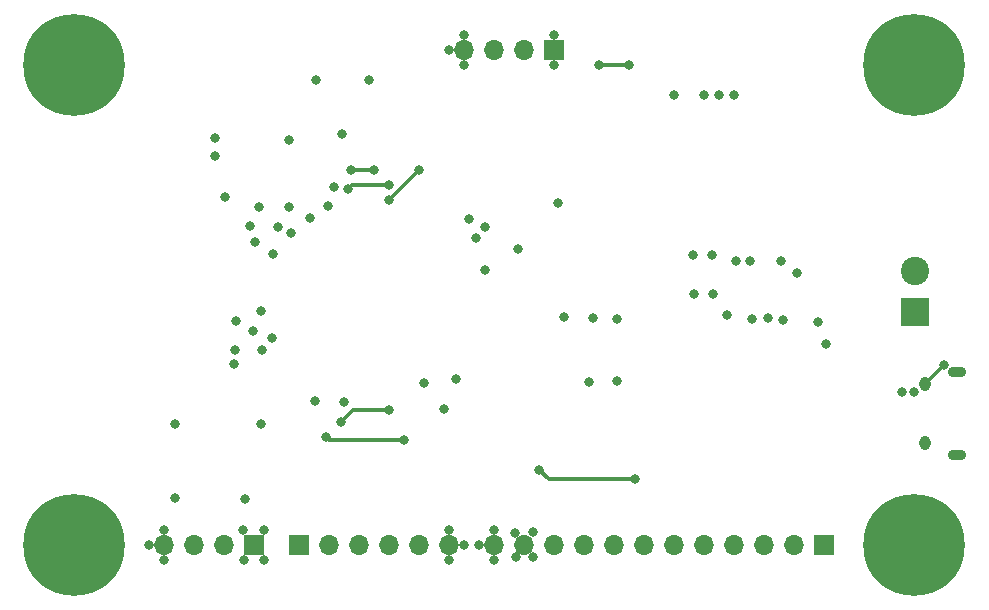
<source format=gbr>
%TF.GenerationSoftware,KiCad,Pcbnew,(6.0.6)*%
%TF.CreationDate,2023-08-27T23:28:48-04:00*%
%TF.ProjectId,STM32,53544d33-322e-46b6-9963-61645f706362,rev?*%
%TF.SameCoordinates,Original*%
%TF.FileFunction,Copper,L4,Bot*%
%TF.FilePolarity,Positive*%
%FSLAX46Y46*%
G04 Gerber Fmt 4.6, Leading zero omitted, Abs format (unit mm)*
G04 Created by KiCad (PCBNEW (6.0.6)) date 2023-08-27 23:28:48*
%MOMM*%
%LPD*%
G01*
G04 APERTURE LIST*
%TA.AperFunction,ComponentPad*%
%ADD10R,1.700000X1.700000*%
%TD*%
%TA.AperFunction,ComponentPad*%
%ADD11O,1.700000X1.700000*%
%TD*%
%TA.AperFunction,ComponentPad*%
%ADD12R,2.400000X2.400000*%
%TD*%
%TA.AperFunction,ComponentPad*%
%ADD13C,2.400000*%
%TD*%
%TA.AperFunction,ComponentPad*%
%ADD14C,0.900000*%
%TD*%
%TA.AperFunction,ComponentPad*%
%ADD15C,8.600000*%
%TD*%
%TA.AperFunction,ComponentPad*%
%ADD16O,0.950000X1.250000*%
%TD*%
%TA.AperFunction,ComponentPad*%
%ADD17O,1.550000X0.890000*%
%TD*%
%TA.AperFunction,ViaPad*%
%ADD18C,0.800000*%
%TD*%
%TA.AperFunction,Conductor*%
%ADD19C,0.300000*%
%TD*%
G04 APERTURE END LIST*
D10*
%TO.P,J6,1,Pin_1*%
%TO.N,GND*%
X104130000Y-74930000D03*
D11*
%TO.P,J6,2,Pin_2*%
%TO.N,UART3_TX*%
X101590000Y-74930000D03*
%TO.P,J6,3,Pin_3*%
%TO.N,UART3_RX*%
X99050000Y-74930000D03*
%TO.P,J6,4,Pin_4*%
%TO.N,+3.3V*%
X96510000Y-74930000D03*
%TD*%
D12*
%TO.P,J1,1,Pin_1*%
%TO.N,+12V*%
X134648944Y-97166594D03*
D13*
%TO.P,J1,2,Pin_2*%
%TO.N,GND*%
X134648944Y-93666594D03*
%TD*%
D10*
%TO.P,J5,1,Pin_1*%
%TO.N,GPIO_AN1*%
X82550000Y-116840000D03*
D11*
%TO.P,J5,2,Pin_2*%
%TO.N,GPIO_AN2*%
X85090000Y-116840000D03*
%TO.P,J5,3,Pin_3*%
%TO.N,GPIO_AN3*%
X87630000Y-116840000D03*
%TO.P,J5,4,Pin_4*%
%TO.N,GPIO_AN4*%
X90170000Y-116840000D03*
%TO.P,J5,5,Pin_5*%
%TO.N,GND*%
X92710000Y-116840000D03*
%TO.P,J5,6,Pin_6*%
%TO.N,+3.3V*%
X95250000Y-116840000D03*
%TD*%
D10*
%TO.P,J2,1,Pin_1*%
%TO.N,GPIO_IN1*%
X127000000Y-116840000D03*
D11*
%TO.P,J2,2,Pin_2*%
%TO.N,GPIO_IN2*%
X124460000Y-116840000D03*
%TO.P,J2,3,Pin_3*%
%TO.N,GPIO_IN3*%
X121920000Y-116840000D03*
%TO.P,J2,4,Pin_4*%
%TO.N,GPIO_IN4*%
X119380000Y-116840000D03*
%TO.P,J2,5,Pin_5*%
%TO.N,GPIO_IN5*%
X116840000Y-116840000D03*
%TO.P,J2,6,Pin_6*%
%TO.N,GPIO_OUT1*%
X114300000Y-116840000D03*
%TO.P,J2,7,Pin_7*%
%TO.N,GPIO_OUT2*%
X111760000Y-116840000D03*
%TO.P,J2,8,Pin_8*%
%TO.N,GPIO_OUT3*%
X109220000Y-116840000D03*
%TO.P,J2,9,Pin_9*%
%TO.N,GPIO_OUT4*%
X106680000Y-116840000D03*
%TO.P,J2,10,Pin_10*%
%TO.N,GPIO_OUT5*%
X104140000Y-116840000D03*
%TO.P,J2,11,Pin_11*%
%TO.N,GND*%
X101600000Y-116840000D03*
%TO.P,J2,12,Pin_12*%
%TO.N,+3.3V*%
X99060000Y-116840000D03*
%TD*%
D14*
%TO.P,H2,1,1*%
%TO.N,GND*%
X65780419Y-78480419D03*
X61219581Y-73919581D03*
X66725000Y-76200000D03*
X63500000Y-72975000D03*
X65780419Y-73919581D03*
X61219581Y-78480419D03*
D15*
X63500000Y-76200000D03*
D14*
X60275000Y-76200000D03*
X63500000Y-79425000D03*
%TD*%
D15*
%TO.P,H4,1,1*%
%TO.N,GND*%
X134620000Y-116840000D03*
D14*
X136900419Y-114559581D03*
X136900419Y-119120419D03*
X134620000Y-113615000D03*
X132339581Y-119120419D03*
X131395000Y-116840000D03*
X132339581Y-114559581D03*
X134620000Y-120065000D03*
X137845000Y-116840000D03*
%TD*%
%TO.P,H1,1,1*%
%TO.N,GND*%
X61219581Y-119120419D03*
X63500000Y-120065000D03*
X61219581Y-114559581D03*
X65780419Y-114559581D03*
D15*
X63500000Y-116840000D03*
D14*
X63500000Y-113615000D03*
X60275000Y-116840000D03*
X65780419Y-119120419D03*
X66725000Y-116840000D03*
%TD*%
D10*
%TO.P,J7,1,Pin_1*%
%TO.N,GND*%
X78740000Y-116840000D03*
D11*
%TO.P,J7,2,Pin_2*%
%TO.N,I2C2_SDA*%
X76200000Y-116840000D03*
%TO.P,J7,3,Pin_3*%
%TO.N,I2C2_SCL*%
X73660000Y-116840000D03*
%TO.P,J7,4,Pin_4*%
%TO.N,+3.3V*%
X71120000Y-116840000D03*
%TD*%
D14*
%TO.P,H3,1,1*%
%TO.N,GND*%
X131395000Y-76200000D03*
X136900419Y-73919581D03*
X132339581Y-78480419D03*
X132339581Y-73919581D03*
X137845000Y-76200000D03*
X136900419Y-78480419D03*
X134620000Y-79425000D03*
D15*
X134620000Y-76200000D03*
D14*
X134620000Y-72975000D03*
%TD*%
D16*
%TO.P,J3,6,Shield*%
%TO.N,unconnected-(J3-Pad6)*%
X135514065Y-108250371D03*
X135514065Y-103250371D03*
D17*
X138214065Y-109250371D03*
X138214065Y-102250371D03*
%TD*%
D18*
%TO.N,GND*%
X80348754Y-92239112D03*
X102348839Y-117901535D03*
X102322781Y-115803865D03*
X107073591Y-103055301D03*
X79567013Y-118125528D03*
X123538752Y-97790000D03*
X96896528Y-89297056D03*
X122235851Y-97607593D03*
X78820548Y-91252063D03*
X76224214Y-87426535D03*
X118761450Y-97433873D03*
X77812441Y-115623959D03*
X100772330Y-115869010D03*
X94822551Y-105346414D03*
X104974512Y-97529419D03*
X134561236Y-103897029D03*
X84939935Y-88180234D03*
X127119229Y-99880171D03*
X109474393Y-97705639D03*
X83875271Y-104664315D03*
X100850504Y-117862448D03*
X95773668Y-102831816D03*
X79575699Y-115597901D03*
X77200733Y-97928976D03*
X116840000Y-78740000D03*
X126454750Y-97964907D03*
X109424603Y-103016696D03*
X77881929Y-118099470D03*
X79272741Y-106622093D03*
X98262234Y-93597588D03*
X81682451Y-82589482D03*
X81708509Y-88236090D03*
X78377031Y-89885205D03*
X107415810Y-97627465D03*
X101087219Y-91780596D03*
X79428037Y-100321313D03*
X104140000Y-76200000D03*
X118110000Y-78740000D03*
X75442474Y-83926075D03*
X88450499Y-77470000D03*
X120865306Y-97710841D03*
X114300000Y-78740000D03*
X104461382Y-87909795D03*
X79328804Y-97043003D03*
X104140000Y-73660000D03*
X133612423Y-103889070D03*
%TO.N,+3.3V*%
X99060000Y-118110000D03*
X72023875Y-106653941D03*
X96520000Y-76200000D03*
X69850000Y-116840000D03*
X115908754Y-92350718D03*
X97790000Y-116840000D03*
X71120000Y-118110000D03*
X123352534Y-92859505D03*
X80244522Y-99365853D03*
X96520000Y-116840000D03*
X77062809Y-100332661D03*
X115921783Y-95607969D03*
X124642406Y-93849709D03*
X99060000Y-115570000D03*
X119530817Y-92832791D03*
X77045437Y-101571865D03*
X86132320Y-82073582D03*
X96520000Y-73660000D03*
X81814585Y-90482696D03*
X98303661Y-89974564D03*
X93132073Y-103172175D03*
X95250000Y-74930000D03*
X83414735Y-89193302D03*
X117511321Y-92311631D03*
X77906230Y-112941209D03*
X75442474Y-82414710D03*
X78620239Y-98749147D03*
X86371581Y-104780747D03*
X79122184Y-88216701D03*
X72056776Y-112875495D03*
X117602524Y-95634027D03*
X120690399Y-92832791D03*
X95250000Y-118110000D03*
X95250000Y-115570000D03*
X83949238Y-77470000D03*
X85506928Y-86591626D03*
X97521921Y-90886595D03*
X80708567Y-89938373D03*
X119380000Y-78740000D03*
X71120000Y-115570000D03*
%TO.N,GPIO_IN4*%
X102870000Y-110490000D03*
X110947871Y-111302129D03*
%TO.N,unconnected-(J3-Pad6)*%
X135514065Y-103250371D03*
X137160000Y-101600000D03*
%TO.N,Net-(J4-Pad4)*%
X107950000Y-76200000D03*
X110490000Y-76200000D03*
%TO.N,Net-(J4-Pad6)*%
X90170000Y-87630000D03*
X92710000Y-85090000D03*
%TO.N,I2C1_SCL*%
X88900000Y-85090000D03*
X86900500Y-85108825D03*
%TO.N,/SW_BOOT*%
X86648639Y-86737181D03*
X90170000Y-86360000D03*
%TO.N,I2C2_SCL*%
X86111470Y-106431470D03*
X90170000Y-105410000D03*
%TO.N,I2C2_SDA*%
X84841470Y-107701470D03*
X91440000Y-107950000D03*
%TD*%
D19*
%TO.N,GPIO_IN4*%
X110947871Y-111302129D02*
X103682129Y-111302129D01*
X103682129Y-111302129D02*
X102870000Y-110490000D01*
%TO.N,unconnected-(J3-Pad6)*%
X137160000Y-101604436D02*
X135514065Y-103250371D01*
X137160000Y-101600000D02*
X137160000Y-101604436D01*
%TO.N,Net-(J4-Pad4)*%
X107950000Y-76200000D02*
X110490000Y-76200000D01*
%TO.N,Net-(J4-Pad6)*%
X92710000Y-85090000D02*
X90170000Y-87630000D01*
%TO.N,I2C1_SCL*%
X86900500Y-85108825D02*
X88881175Y-85108825D01*
X88881175Y-85108825D02*
X88900000Y-85090000D01*
%TO.N,/SW_BOOT*%
X87025820Y-86360000D02*
X90170000Y-86360000D01*
X86648639Y-86737181D02*
X87025820Y-86360000D01*
%TO.N,I2C2_SCL*%
X86111470Y-106431470D02*
X87132940Y-105410000D01*
X87132940Y-105410000D02*
X90170000Y-105410000D01*
%TO.N,I2C2_SDA*%
X85090000Y-107950000D02*
X91440000Y-107950000D01*
X84841470Y-107701470D02*
X85090000Y-107950000D01*
%TD*%
M02*

</source>
